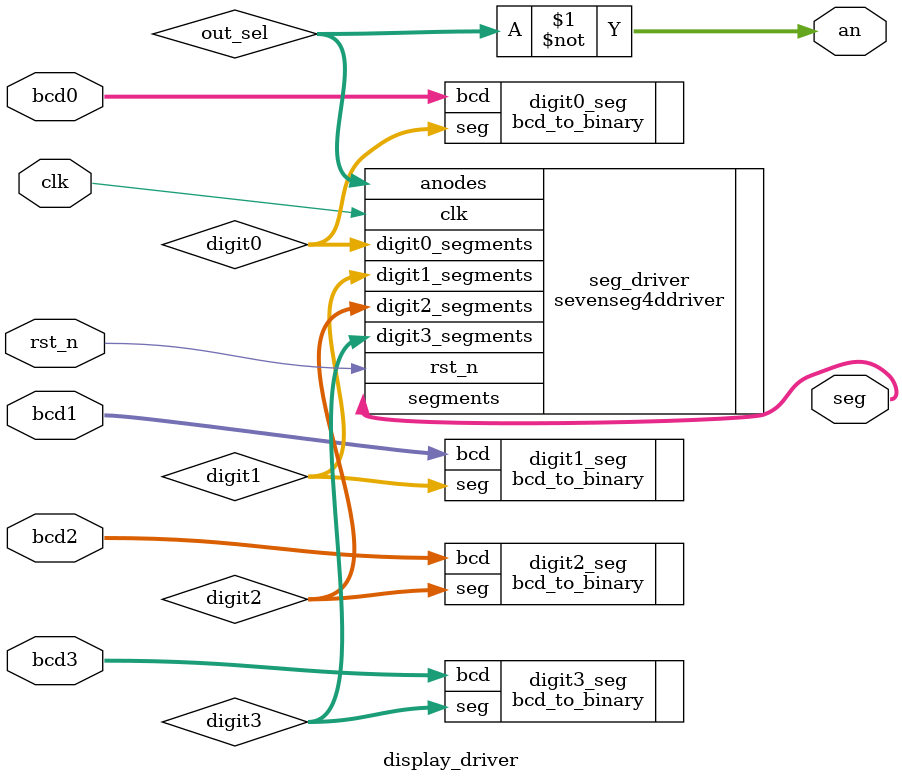
<source format=sv>

module display_driver(
    input logic clk,             // 100MHz System Clock
    input logic rst_n,           // Active Low Reset
    input logic [3:0] bcd0,      // BCD input for the first digit (seconds LSB)
    input logic [3:0] bcd1,      // BCD input for the second digit (seconds MSB)
    input logic [3:0] bcd2,      // BCD input for the third digit (minutes LSB)
    input logic [3:0] bcd3,      // BCD input for the fourth digit (minutes MSB)
    output logic [6:0] seg,      // Segment Outputs
    output logic [3:0] an        // Common Anode Outputs (0 = on, 1 = off)
);

    logic [6:0] digit0, digit1, digit2, digit3;  // Segment Outputs for each digit
    logic [3:0] out_sel;                         // Common Anode Outputs (0 = on, 1 = off)

    // Assign the BCD inputs directly to the segment driver logic
    bcd_to_binary digit0_seg (
        .bcd(bcd0),
        .seg(digit0)
    );

    bcd_to_binary digit1_seg (
        .bcd(bcd1),
        .seg(digit1)
    );

    bcd_to_binary digit2_seg (
        .bcd(bcd2),
        .seg(digit2)
    );

    bcd_to_binary digit3_seg (
        .bcd(bcd3),
        .seg(digit3)
    );

    // 7-Segment Driver for 4 digits
    sevenseg4ddriver seg_driver (
        .clk(clk),
        .rst_n(rst_n),
        .digit0_segments(digit0),
        .digit1_segments(digit1),
        .digit2_segments(digit2),
        .digit3_segments(digit3),
        .segments(seg),
        .anodes(out_sel)
    );

    assign an = ~out_sel;  // Invert out_sel to drive the common anode

endmodule

</source>
